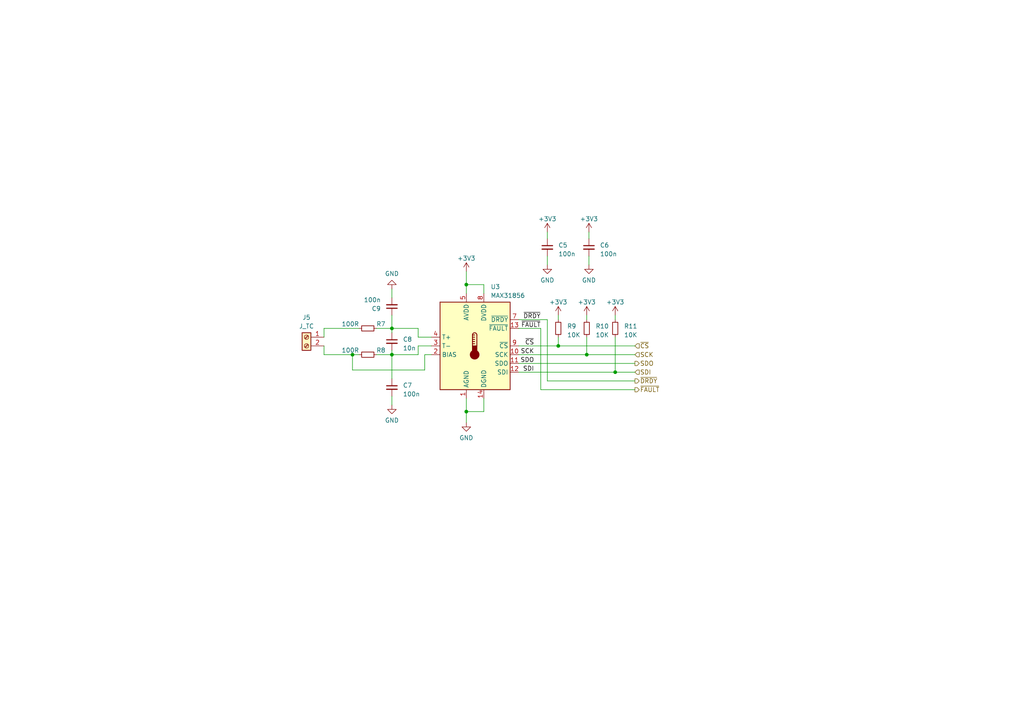
<source format=kicad_sch>
(kicad_sch (version 20230121) (generator eeschema)
  (paper "A4")
  (lib_symbols
    (symbol "Connector:Screw_Terminal_01x02" (pin_names (offset 1.016) hide)
      (property "Reference" "J" (at 0 2.54 0))
      (property "Value" "Screw_Terminal_01x02" (at 0 -5.08 0))
      (symbol "Screw_Terminal_01x02_1_1"
        (rectangle (start -1.27 1.27) (end 1.27 -3.81) (stroke (width 0.254)) (fill (type background)))
        (circle (center 0 -2.54) (radius 0.635) (stroke (width 0.1524)))
        (polyline (pts (xy -0.5334 -2.2098) (xy 0.3302 -3.048)) (stroke (width 0.1524)))
        (polyline (pts (xy -0.5334 0.3302) (xy 0.3302 -0.508)) (stroke (width 0.1524)))
        (polyline (pts (xy -0.3556 -2.032) (xy 0.508 -2.8702)) (stroke (width 0.1524)))
        (polyline (pts (xy -0.3556 0.508) (xy 0.508 -0.3302)) (stroke (width 0.1524)))
        (circle (center 0 0) (radius 0.635) (stroke (width 0.1524)))
        (pin passive line (at -5.08 0 0) (length 3.81) (name "Pin_1") (number "1"))
        (pin passive line (at -5.08 -2.54 0) (length 3.81) (name "Pin_2") (number "2"))
      )
    )
    (symbol "Device:C_Small" (pin_numbers hide) (pin_names (offset 0.254) hide)
      (property "Reference" "C" (at 0.254 1.778 0))
      (property "Value" "C_Small" (at 0.254 -2.032 0))
      (symbol "C_Small_0_1"
        (polyline (pts (xy -1.524 -0.508) (xy 1.524 -0.508)) (stroke (width 0.3302)))
        (polyline (pts (xy -1.524 0.508) (xy 1.524 0.508)) (stroke (width 0.3048)))
      )
      (symbol "C_Small_1_1"
        (pin passive line (at 0 2.54 270) (length 2.032) (name "~") (number "1"))
        (pin passive line (at 0 -2.54 90) (length 2.032) (name "~") (number "2"))
      )
    )
    (symbol "Device:R_Small" (pin_numbers hide) (pin_names (offset 0.254) hide)
      (property "Reference" "R" (at 0.762 0.508 0))
      (property "Value" "R_Small" (at 0.762 -1.016 0))
      (symbol "R_Small_0_1"
        (rectangle (start -0.762 1.778) (end 0.762 -1.778) (stroke (width 0.2032)))
      )
      (symbol "R_Small_1_1"
        (pin passive line (at 0 2.54 270) (length 0.762) (name "~") (number "1"))
        (pin passive line (at 0 -2.54 90) (length 0.762) (name "~") (number "2"))
      )
    )
    (symbol "Sensor_Temperature:MAX31856"
      (property "Reference" "U" (at -7.62 13.97 0))
      (property "Value" "MAX31856" (at 13.97 13.97 0))
      (symbol "MAX31856_0_1"
        (rectangle (start -10.16 12.7) (end 10.16 -12.7) (stroke (width 0.254)) (fill (type background)))
        (circle (center -0.127 -2.54) (radius 1.27) (stroke (width 0.254)) (fill (type outline)))
        (polyline (pts (xy -0.762 0.635) (xy -0.127 0.635)) (stroke (width 0.254)))
        (polyline (pts (xy -0.762 1.27) (xy -0.127 1.27)) (stroke (width 0.254)))
        (polyline (pts (xy -0.762 1.905) (xy -0.127 1.905)) (stroke (width 0.254)))
        (polyline (pts (xy -0.762 2.54) (xy -0.127 2.54)) (stroke (width 0.254)))
        (polyline (pts (xy -0.762 3.175) (xy -0.762 0)) (stroke (width 0.254)))
        (polyline (pts (xy -0.762 3.175) (xy -0.127 3.175)) (stroke (width 0.254)))
        (polyline (pts (xy 0.508 3.175) (xy 0.508 0)) (stroke (width 0.254)))
        (rectangle (start 0.508 -1.905) (end -0.762 0) (stroke (width 0.254)) (fill (type outline)))
        (arc (start 0.508 3.175) (mid -0.127 3.8073) (end -0.762 3.175) (stroke (width 0.254)))
      )
      (symbol "MAX31856_1_1"
        (pin power_in line (at -2.54 -15.24 90) (length 2.54) (name "AGND") (number "1"))
        (pin input line (at 12.7 -2.54 180) (length 2.54) (name "SCK") (number "10"))
        (pin output line (at 12.7 -5.08 180) (length 2.54) (name "SDO") (number "11"))
        (pin input line (at 12.7 -7.62 180) (length 2.54) (name "SDI") (number "12"))
        (pin output line (at 12.7 5.08 180) (length 2.54) (name "~{FAULT}") (number "13"))
        (pin power_in line (at 2.54 -15.24 90) (length 2.54) (name "DGND") (number "14"))
        (pin input line (at -12.7 -2.54 0) (length 2.54) (name "BIAS") (number "2"))
        (pin input line (at -12.7 0 0) (length 2.54) (name "T-") (number "3"))
        (pin input line (at -12.7 2.54 0) (length 2.54) (name "T+") (number "4"))
        (pin power_in line (at -2.54 15.24 270) (length 2.54) (name "AVDD") (number "5"))
        (pin no_connect line (at -10.16 -7.62 0) (length 2.54) hide (name "DNC") (number "6"))
        (pin output line (at 12.7 7.62 180) (length 2.54) (name "~{DRDY}") (number "7"))
        (pin power_in line (at 2.54 15.24 270) (length 2.54) (name "DVDD") (number "8"))
        (pin input line (at 12.7 0 180) (length 2.54) (name "~{CS}") (number "9"))
      )
    )
    (symbol "power:+3V3" (power) (pin_names (offset 0))
      (property "Value" "+3V3" (at 0 3.556 0))
      (symbol "+3V3_0_1"
        (polyline (pts (xy -0.762 1.27) (xy 0 2.54)))
        (polyline (pts (xy 0 0) (xy 0 2.54)))
        (polyline (pts (xy 0 2.54) (xy 0.762 1.27)))
      )
      (symbol "+3V3_1_1"
        (pin power_in line (at 0 0 90) (length 0) hide (name "+3V3") (number "1"))
      )
    )
    (symbol "power:GND" (power) (pin_names (offset 0))
      (property "Value" "GND" (at 0 -3.81 0))
      (symbol "GND_0_1"
        (polyline (pts (xy 0 0) (xy 0 -1.27) (xy 1.27 -1.27) (xy 0 -2.54) (xy -1.27 -1.27) (xy 0 -1.27)))
      )
      (symbol "GND_1_1"
        (pin power_in line (at 0 0 270) (length 0) hide (name "GND") (number "1"))
      )
    )
  )
  (junction (at 178.435 107.95))
  (junction (at 170.18 102.87))
  (junction (at 113.665 95.25))
  (junction (at 113.665 102.87))
  (junction (at 161.925 100.33))
  (junction (at 135.255 82.55))
  (junction (at 102.235 102.87))
  (junction (at 135.255 119.38))
  (wire (pts (xy 113.665 91.44) (xy 113.665 95.25)))
  (wire (pts (xy 170.18 97.79) (xy 170.18 102.87)))
  (wire (pts (xy 140.335 115.57) (xy 140.335 119.38)))
  (wire (pts (xy 121.285 97.79) (xy 125.095 97.79)))
  (wire (pts (xy 170.815 67.31) (xy 170.815 69.215)))
  (wire (pts (xy 93.98 97.79) (xy 93.98 95.25)))
  (wire (pts (xy 125.095 100.33) (xy 121.285 100.33)))
  (wire (pts (xy 150.495 92.71) (xy 158.75 92.71)))
  (wire (pts (xy 140.335 85.09) (xy 140.335 82.55)))
  (wire (pts (xy 161.925 100.33) (xy 184.15 100.33)))
  (wire (pts (xy 140.335 119.38) (xy 135.255 119.38)))
  (wire (pts (xy 158.75 110.49) (xy 184.15 110.49)))
  (wire (pts (xy 158.75 76.835) (xy 158.75 74.295)))
  (wire (pts (xy 150.495 105.41) (xy 184.15 105.41)))
  (wire (pts (xy 140.335 82.55) (xy 135.255 82.55)))
  (wire (pts (xy 93.98 95.25) (xy 104.14 95.25)))
  (wire (pts (xy 150.495 100.33) (xy 161.925 100.33)))
  (wire (pts (xy 158.75 67.31) (xy 158.75 69.215)))
  (wire (pts (xy 135.255 122.555) (xy 135.255 119.38)))
  (wire (pts (xy 135.255 82.55) (xy 135.255 85.09)))
  (wire (pts (xy 93.98 102.87) (xy 102.235 102.87)))
  (wire (pts (xy 113.665 83.82) (xy 113.665 86.36)))
  (wire (pts (xy 156.845 95.25) (xy 156.845 113.03)))
  (wire (pts (xy 135.255 78.74) (xy 135.255 82.55)))
  (wire (pts (xy 125.095 102.87) (xy 123.19 102.87)))
  (wire (pts (xy 113.665 95.25) (xy 113.665 96.52)))
  (wire (pts (xy 161.925 91.44) (xy 161.925 92.71)))
  (wire (pts (xy 123.19 102.87) (xy 123.19 107.315)))
  (wire (pts (xy 178.435 107.95) (xy 184.15 107.95)))
  (wire (pts (xy 102.235 107.315) (xy 102.235 102.87)))
  (wire (pts (xy 178.435 91.44) (xy 178.435 92.71)))
  (wire (pts (xy 161.925 97.79) (xy 161.925 100.33)))
  (wire (pts (xy 102.235 102.87) (xy 104.14 102.87)))
  (wire (pts (xy 135.255 119.38) (xy 135.255 115.57)))
  (wire (pts (xy 150.495 102.87) (xy 170.18 102.87)))
  (wire (pts (xy 113.665 102.87) (xy 113.665 109.855)))
  (wire (pts (xy 123.19 107.315) (xy 102.235 107.315)))
  (wire (pts (xy 150.495 95.25) (xy 156.845 95.25)))
  (wire (pts (xy 170.18 91.44) (xy 170.18 92.71)))
  (wire (pts (xy 121.285 102.87) (xy 113.665 102.87)))
  (wire (pts (xy 170.815 76.835) (xy 170.815 74.295)))
  (wire (pts (xy 150.495 107.95) (xy 178.435 107.95)))
  (wire (pts (xy 121.285 95.25) (xy 121.285 97.79)))
  (wire (pts (xy 178.435 97.79) (xy 178.435 107.95)))
  (wire (pts (xy 170.18 102.87) (xy 184.15 102.87)))
  (wire (pts (xy 113.665 95.25) (xy 121.285 95.25)))
  (wire (pts (xy 93.98 100.33) (xy 93.98 102.87)))
  (wire (pts (xy 156.845 113.03) (xy 184.15 113.03)))
  (wire (pts (xy 113.665 117.475) (xy 113.665 114.935)))
  (wire (pts (xy 109.22 95.25) (xy 113.665 95.25)))
  (wire (pts (xy 109.22 102.87) (xy 113.665 102.87)))
  (wire (pts (xy 158.75 92.71) (xy 158.75 110.49)))
  (wire (pts (xy 113.665 101.6) (xy 113.665 102.87)))
  (wire (pts (xy 121.285 100.33) (xy 121.285 102.87)))
  (label "SDO" (at 154.94 105.41 180))
  (label "~{FAULT}" (at 156.845 95.25 180))
  (label "SCK" (at 154.94 102.87 180))
  (label "~{CS}" (at 154.94 100.33 180))
  (label "~{DRDY}" (at 156.845 92.71 180))
  (label "SDI" (at 154.94 107.95 180))
  (hierarchical_label "SDO" (shape output) (at 184.15 105.41 0))
  (hierarchical_label "~{FAULT}" (shape output) (at 184.15 113.03 0))
  (hierarchical_label "SDI" (shape input) (at 184.15 107.95 0))
  (hierarchical_label "~{CS}" (shape input) (at 184.15 100.33 0))
  (hierarchical_label "SCK" (shape input) (at 184.15 102.87 0))
  (hierarchical_label "~{DRDY}" (shape output) (at 184.15 110.49 0))
  (symbol (lib_id "Device:C_Small") (at 113.665 88.9 180) (unit 1)
    (property "Reference" "C9" (at 110.49 89.5287 0) (effects (justify left)))
    (property "Value" "100n" (at 110.49 86.9887 0) (effects (justify left)))
    (property "Footprint" "Capacitor_SMD:C_0603_1608Metric" (effects hide))
    (property "JLCPCB Part #" "C14663" (effects hide))
    (instances (project "Hot-plate-controller" (path "" (reference "C9") (unit 1)) (path "" (reference "C5") (unit 1))))
  )
  (symbol (lib_id "power:GND") (at 113.665 117.475 0) (unit 1)
    (property "Reference" "#PWR020" (effects hide))
    (property "Value" "GND" (at 113.665 121.92 0))
    (instances (project "Hot-plate-controller" (path "" (reference "#PWR020") (unit 1)) (path "" (reference "#PWR015") (unit 1))))
  )
  (symbol (lib_id "power:+3V3") (at 170.18 91.44 0) (unit 1)
    (property "Reference" "#PWR023" (effects hide))
    (property "Value" "+3V3" (at 170.18 87.63 0))
    (instances (project "Hot-plate-controller" (path "" (reference "#PWR023") (unit 1)) (path "" (reference "#PWR021") (unit 1))))
  )
  (symbol (lib_id "power:+3V3") (at 170.815 67.31 0) (unit 1)
    (property "Reference" "#PWR018" (effects hide))
    (property "Value" "+3V3" (at 170.815 63.5 0))
    (instances (project "Hot-plate-controller" (path "" (reference "#PWR018") (unit 1)) (path "" (reference "#PWR022") (unit 1))))
  )
  (symbol (lib_id "Device:C_Small") (at 170.815 71.755 0) (unit 1)
    (property "Reference" "C6" (at 173.99 71.1263 0) (effects (justify left)))
    (property "Value" "100n" (at 173.99 73.6663 0) (effects (justify left)))
    (property "Footprint" "Capacitor_SMD:C_0603_1608Metric" (effects hide))
    (property "JLCPCB Part #" "C14663" (effects hide))
    (instances (project "Hot-plate-controller" (path "" (reference "C6") (unit 1)) (path "" (reference "C9") (unit 1))))
  )
  (symbol (lib_id "Device:R_Small") (at 178.435 95.25 0) (unit 1)
    (property "Reference" "R11" (at 180.975 94.615 0) (effects (justify left)))
    (property "Value" "10K" (at 180.975 97.155 0) (effects (justify left)))
    (property "Footprint" "Resistor_SMD:R_0603_1608Metric" (effects hide))
    (property "JLCPCB Part #" "C25804" (effects hide))
  )
  (symbol (lib_id "power:GND") (at 170.815 76.835 0) (unit 1)
    (property "Reference" "#PWR019" (effects hide))
    (property "Value" "GND" (at 170.815 81.28 0))
    (instances (project "Hot-plate-controller" (path "" (reference "#PWR019") (unit 1)) (path "" (reference "#PWR023") (unit 1))))
  )
  (symbol (lib_id "Device:C_Small") (at 158.75 71.755 0) (unit 1)
    (property "Reference" "C5" (at 161.925 71.1263 0) (effects (justify left)))
    (property "Value" "100n" (at 161.925 73.6663 0) (effects (justify left)))
    (property "Footprint" "Capacitor_SMD:C_0603_1608Metric" (effects hide))
    (property "JLCPCB Part #" "C14663" (effects hide))
    (instances (project "Hot-plate-controller" (path "" (reference "C5") (unit 1)) (path "" (reference "C8") (unit 1))))
  )
  (symbol (lib_id "power:GND") (at 158.75 76.835 0) (unit 1)
    (property "Reference" "#PWR016" (effects hide))
    (property "Value" "GND" (at 158.75 81.28 0))
    (instances (project "Hot-plate-controller" (path "" (reference "#PWR016") (unit 1)) (path "" (reference "#PWR019") (unit 1))))
  )
  (symbol (lib_id "Connector:Screw_Terminal_01x02") (at 88.9 97.79 0) (mirror y) (unit 1) (in_bom no)
    (property "Reference" "J5" (at 88.9 92.075 0))
    (property "Value" "J_TC" (at 88.9 94.615 0))
    (property "Footprint" "TerminalBlock:TerminalBlock_bornier-2_P5.08mm" (effects hide))
  )
  (symbol (lib_id "power:+3V3") (at 178.435 91.44 0) (unit 1)
    (property "Reference" "#PWR024" (effects hide))
    (property "Value" "+3V3" (at 178.435 87.63 0))
  )
  (symbol (lib_id "power:+3V3") (at 161.925 91.44 0) (unit 1)
    (property "Reference" "#PWR022" (effects hide))
    (property "Value" "+3V3" (at 161.925 87.63 0))
    (instances (project "Hot-plate-controller" (path "" (reference "#PWR022") (unit 1)) (path "" (reference "#PWR020") (unit 1))))
  )
  (symbol (lib_id "power:+3V3") (at 158.75 67.31 0) (unit 1)
    (property "Reference" "#PWR017" (effects hide))
    (property "Value" "+3V3" (at 158.75 63.5 0))
    (instances (project "Hot-plate-controller" (path "" (reference "#PWR017") (unit 1)) (path "" (reference "#PWR018") (unit 1))))
  )
  (symbol (lib_id "Device:C_Small") (at 113.665 99.06 0) (unit 1)
    (property "Reference" "C8" (at 116.84 98.4313 0) (effects (justify left)))
    (property "Value" "10n" (at 116.84 100.9713 0) (effects (justify left)))
    (property "Footprint" "Capacitor_SMD:C_0603_1608Metric" (effects hide))
    (property "JLCPCB Part #" "C57112" (effects hide))
    (instances (project "Hot-plate-controller" (path "" (reference "C8") (unit 1)) (path "" (reference "C6") (unit 1))))
  )
  (symbol (lib_id "Device:R_Small") (at 161.925 95.25 0) (unit 1)
    (property "Reference" "R9" (at 164.465 94.615 0) (effects (justify left)))
    (property "Value" "10K" (at 164.465 97.155 0) (effects (justify left)))
    (property "Footprint" "Resistor_SMD:R_0603_1608Metric" (effects hide))
    (property "JLCPCB Part #" "C25804" (effects hide))
  )
  (symbol (lib_id "Sensor_Temperature:MAX31856") (at 137.795 100.33 0) (unit 1)
    (property "Reference" "U3" (at 142.2909 83.185 0) (effects (justify left)))
    (property "Value" "MAX31856" (at 142.2909 85.725 0) (effects (justify left)))
    (property "Footprint" "Package_SO:TSSOP-14_4.4x5mm_P0.65mm" (effects hide))
    (property "Datasheet" "https://datasheets.maximintegrated.com/en/ds/MAX31856.pdf" (effects hide))
    (property "JLCPCB Part #" "C116632" (effects hide))
  )
  (symbol (lib_id "Device:C_Small") (at 113.665 112.395 0) (unit 1)
    (property "Reference" "C7" (at 116.84 111.7663 0) (effects (justify left)))
    (property "Value" "100n" (at 116.84 114.3063 0) (effects (justify left)))
    (property "Footprint" "Capacitor_SMD:C_0603_1608Metric" (effects hide))
    (property "JLCPCB Part #" "C14663" (effects hide))
  )
  (symbol (lib_id "Device:R_Small") (at 170.18 95.25 0) (unit 1)
    (property "Reference" "R10" (at 172.72 94.615 0) (effects (justify left)))
    (property "Value" "10K" (at 172.72 97.155 0) (effects (justify left)))
    (property "Footprint" "Resistor_SMD:R_0603_1608Metric" (effects hide))
    (property "JLCPCB Part #" "C25804" (effects hide))
  )
  (symbol (lib_id "Device:R_Small") (at 106.68 95.25 90) (unit 1)
    (property "Reference" "R7" (at 110.49 93.98 90))
    (property "Value" "100R" (at 101.6 93.98 90))
    (property "Footprint" "Resistor_SMD:R_0603_1608Metric" (effects hide))
    (property "JLCPCB Part #" "C22775" (effects hide))
  )
  (symbol (lib_id "power:+3V3") (at 135.255 78.74 0) (unit 1)
    (property "Reference" "#PWR015" (effects hide))
    (property "Value" "+3V3" (at 135.255 74.93 0))
    (instances (project "Hot-plate-controller" (path "" (reference "#PWR015") (unit 1)) (path "" (reference "#PWR016") (unit 1))))
  )
  (symbol (lib_id "Device:R_Small") (at 106.68 102.87 90) (unit 1)
    (property "Reference" "R8" (at 110.49 101.6 90))
    (property "Value" "100R" (at 101.6 101.6 90))
    (property "Footprint" "Resistor_SMD:R_0603_1608Metric" (effects hide))
    (property "JLCPCB Part #" "C22775" (effects hide))
  )
  (symbol (lib_id "power:GND") (at 135.255 122.555 0) (unit 1)
    (property "Reference" "#PWR014" (effects hide))
    (property "Value" "GND" (at 135.255 127 0))
    (instances (project "Hot-plate-controller" (path "" (reference "#PWR014") (unit 1)) (path "" (reference "#PWR017") (unit 1))))
  )
  (symbol (lib_id "power:GND") (at 113.665 83.82 180) (unit 1)
    (property "Reference" "#PWR021" (effects hide))
    (property "Value" "GND" (at 113.665 79.375 0))
    (instances (project "Hot-plate-controller" (path "" (reference "#PWR021") (unit 1)) (path "" (reference "#PWR014") (unit 1))))
  )
)
</source>
